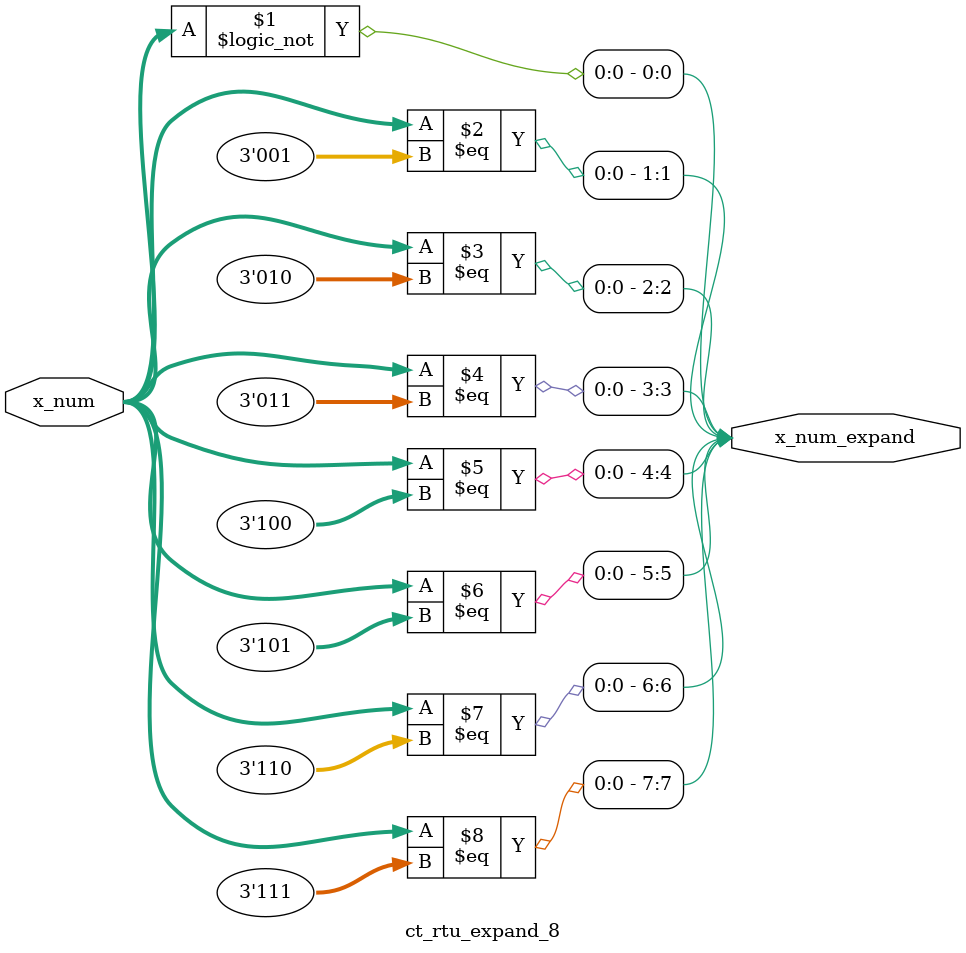
<source format=v>
/*Copyright 2019-2021 T-Head Semiconductor Co., Ltd.

Licensed under the Apache License, Version 2.0 (the "License");
you may not use this file except in compliance with the License.
You may obtain a copy of the License at

    http://www.apache.org/licenses/LICENSE-2.0

Unless required by applicable law or agreed to in writing, software
distributed under the License is distributed on an "AS IS" BASIS,
WITHOUT WARRANTIES OR CONDITIONS OF ANY KIND, either express or implied.
See the License for the specific language governing permissions and
limitations under the License.
*/

// &ModuleBeg; @24
module ct_rtu_expand_8(
  x_num,
  x_num_expand
);

// &Ports; @25
input   [2:0]  x_num;
output  [7:0]  x_num_expand;

// &Regs; @26

// &Wires; @27
wire    [2:0]  x_num;
wire    [7:0]  x_num_expand;


//==========================================================
//       expand 3 bits number to 8 bits one-hot number
//==========================================================
assign x_num_expand[0] = (x_num[2:0] == 3'd0);
assign x_num_expand[1] = (x_num[2:0] == 3'd1);
assign x_num_expand[2] = (x_num[2:0] == 3'd2);
assign x_num_expand[3] = (x_num[2:0] == 3'd3);
assign x_num_expand[4] = (x_num[2:0] == 3'd4);
assign x_num_expand[5] = (x_num[2:0] == 3'd5);
assign x_num_expand[6] = (x_num[2:0] == 3'd6);
assign x_num_expand[7] = (x_num[2:0] == 3'd7);

// &ModuleEnd; @41
endmodule



</source>
